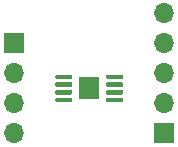
<source format=gbr>
%TF.GenerationSoftware,KiCad,Pcbnew,5.1.7-a382d34a8~87~ubuntu20.04.1*%
%TF.CreationDate,2020-11-06T18:28:57+02:00*%
%TF.ProjectId,BRK-MSOP-8-1EP-3x3-P0.65-EP1.68x1.88,42524b2d-4d53-44f5-902d-382d3145502d,v1.0*%
%TF.SameCoordinates,Original*%
%TF.FileFunction,Soldermask,Top*%
%TF.FilePolarity,Negative*%
%FSLAX46Y46*%
G04 Gerber Fmt 4.6, Leading zero omitted, Abs format (unit mm)*
G04 Created by KiCad (PCBNEW 5.1.7-a382d34a8~87~ubuntu20.04.1) date 2020-11-06 18:28:57*
%MOMM*%
%LPD*%
G01*
G04 APERTURE LIST*
%ADD10O,1.700000X1.700000*%
%ADD11R,1.700000X1.700000*%
%ADD12R,1.680000X1.880000*%
G04 APERTURE END LIST*
D10*
%TO.C,J2*%
X106350000Y-93650000D03*
X106350000Y-96190000D03*
X106350000Y-98730000D03*
X106350000Y-101270000D03*
D11*
X106350000Y-103810000D03*
%TD*%
D10*
%TO.C,J1*%
X93650000Y-103810000D03*
X93650000Y-101270000D03*
X93650000Y-98730000D03*
D11*
X93650000Y-96190000D03*
%TD*%
D12*
%TO.C,U1*%
X100000000Y-100000000D03*
G36*
G01*
X101425000Y-99125000D02*
X101425000Y-98925000D01*
G75*
G02*
X101525000Y-98825000I100000J0D01*
G01*
X102775000Y-98825000D01*
G75*
G02*
X102875000Y-98925000I0J-100000D01*
G01*
X102875000Y-99125000D01*
G75*
G02*
X102775000Y-99225000I-100000J0D01*
G01*
X101525000Y-99225000D01*
G75*
G02*
X101425000Y-99125000I0J100000D01*
G01*
G37*
G36*
G01*
X101425000Y-99775000D02*
X101425000Y-99575000D01*
G75*
G02*
X101525000Y-99475000I100000J0D01*
G01*
X102775000Y-99475000D01*
G75*
G02*
X102875000Y-99575000I0J-100000D01*
G01*
X102875000Y-99775000D01*
G75*
G02*
X102775000Y-99875000I-100000J0D01*
G01*
X101525000Y-99875000D01*
G75*
G02*
X101425000Y-99775000I0J100000D01*
G01*
G37*
G36*
G01*
X101425000Y-100425000D02*
X101425000Y-100225000D01*
G75*
G02*
X101525000Y-100125000I100000J0D01*
G01*
X102775000Y-100125000D01*
G75*
G02*
X102875000Y-100225000I0J-100000D01*
G01*
X102875000Y-100425000D01*
G75*
G02*
X102775000Y-100525000I-100000J0D01*
G01*
X101525000Y-100525000D01*
G75*
G02*
X101425000Y-100425000I0J100000D01*
G01*
G37*
G36*
G01*
X101425000Y-101075000D02*
X101425000Y-100875000D01*
G75*
G02*
X101525000Y-100775000I100000J0D01*
G01*
X102775000Y-100775000D01*
G75*
G02*
X102875000Y-100875000I0J-100000D01*
G01*
X102875000Y-101075000D01*
G75*
G02*
X102775000Y-101175000I-100000J0D01*
G01*
X101525000Y-101175000D01*
G75*
G02*
X101425000Y-101075000I0J100000D01*
G01*
G37*
G36*
G01*
X97125000Y-101075000D02*
X97125000Y-100875000D01*
G75*
G02*
X97225000Y-100775000I100000J0D01*
G01*
X98475000Y-100775000D01*
G75*
G02*
X98575000Y-100875000I0J-100000D01*
G01*
X98575000Y-101075000D01*
G75*
G02*
X98475000Y-101175000I-100000J0D01*
G01*
X97225000Y-101175000D01*
G75*
G02*
X97125000Y-101075000I0J100000D01*
G01*
G37*
G36*
G01*
X97125000Y-100425000D02*
X97125000Y-100225000D01*
G75*
G02*
X97225000Y-100125000I100000J0D01*
G01*
X98475000Y-100125000D01*
G75*
G02*
X98575000Y-100225000I0J-100000D01*
G01*
X98575000Y-100425000D01*
G75*
G02*
X98475000Y-100525000I-100000J0D01*
G01*
X97225000Y-100525000D01*
G75*
G02*
X97125000Y-100425000I0J100000D01*
G01*
G37*
G36*
G01*
X97125000Y-99775000D02*
X97125000Y-99575000D01*
G75*
G02*
X97225000Y-99475000I100000J0D01*
G01*
X98475000Y-99475000D01*
G75*
G02*
X98575000Y-99575000I0J-100000D01*
G01*
X98575000Y-99775000D01*
G75*
G02*
X98475000Y-99875000I-100000J0D01*
G01*
X97225000Y-99875000D01*
G75*
G02*
X97125000Y-99775000I0J100000D01*
G01*
G37*
G36*
G01*
X97125000Y-99125000D02*
X97125000Y-98925000D01*
G75*
G02*
X97225000Y-98825000I100000J0D01*
G01*
X98475000Y-98825000D01*
G75*
G02*
X98575000Y-98925000I0J-100000D01*
G01*
X98575000Y-99125000D01*
G75*
G02*
X98475000Y-99225000I-100000J0D01*
G01*
X97225000Y-99225000D01*
G75*
G02*
X97125000Y-99125000I0J100000D01*
G01*
G37*
%TD*%
M02*

</source>
